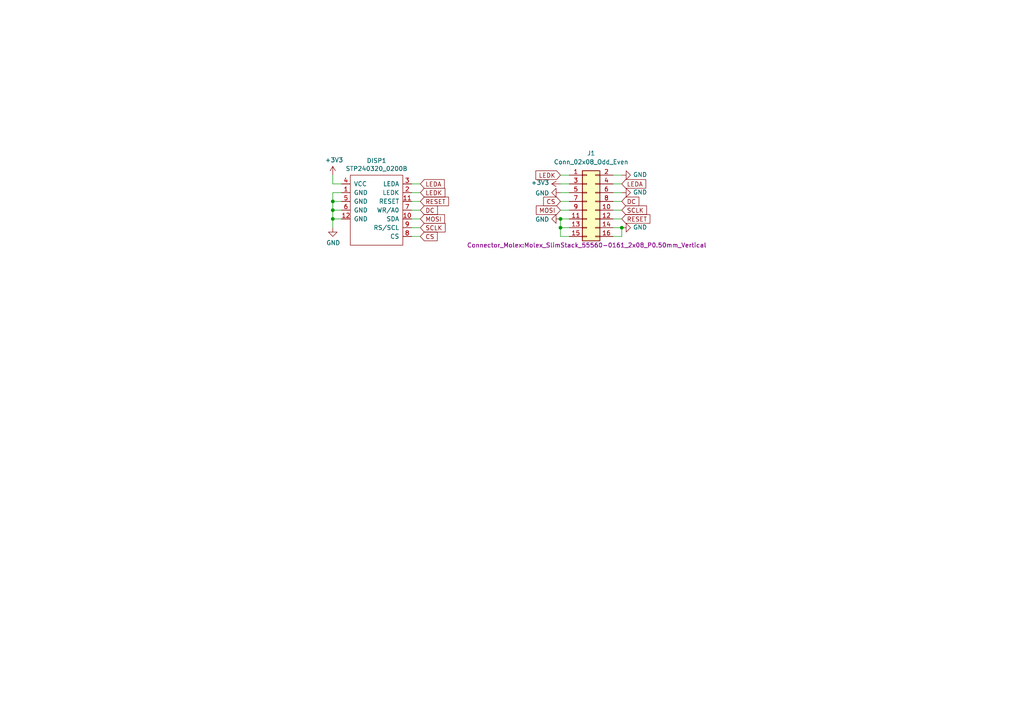
<source format=kicad_sch>
(kicad_sch (version 20211123) (generator eeschema)

  (uuid 194cbf42-24cc-40a5-a66b-fffb1517d1f4)

  (paper "A4")

  (title_block
    (title "STP240320_0200B Board to Board Connector Adapter")
    (date "${DATE}")
    (rev "${TAG} (${REVISION})")
  )

  (lib_symbols
    (symbol "Connector_Generic:Conn_02x08_Odd_Even" (pin_names (offset 1.016) hide) (in_bom yes) (on_board yes)
      (property "Reference" "J" (id 0) (at 1.27 10.16 0)
        (effects (font (size 1.27 1.27)))
      )
      (property "Value" "Conn_02x08_Odd_Even" (id 1) (at 1.27 -12.7 0)
        (effects (font (size 1.27 1.27)))
      )
      (property "Footprint" "" (id 2) (at 0 0 0)
        (effects (font (size 1.27 1.27)) hide)
      )
      (property "Datasheet" "~" (id 3) (at 0 0 0)
        (effects (font (size 1.27 1.27)) hide)
      )
      (property "ki_keywords" "connector" (id 4) (at 0 0 0)
        (effects (font (size 1.27 1.27)) hide)
      )
      (property "ki_description" "Generic connector, double row, 02x08, odd/even pin numbering scheme (row 1 odd numbers, row 2 even numbers), script generated (kicad-library-utils/schlib/autogen/connector/)" (id 5) (at 0 0 0)
        (effects (font (size 1.27 1.27)) hide)
      )
      (property "ki_fp_filters" "Connector*:*_2x??_*" (id 6) (at 0 0 0)
        (effects (font (size 1.27 1.27)) hide)
      )
      (symbol "Conn_02x08_Odd_Even_1_1"
        (rectangle (start -1.27 -10.033) (end 0 -10.287)
          (stroke (width 0.1524) (type default) (color 0 0 0 0))
          (fill (type none))
        )
        (rectangle (start -1.27 -7.493) (end 0 -7.747)
          (stroke (width 0.1524) (type default) (color 0 0 0 0))
          (fill (type none))
        )
        (rectangle (start -1.27 -4.953) (end 0 -5.207)
          (stroke (width 0.1524) (type default) (color 0 0 0 0))
          (fill (type none))
        )
        (rectangle (start -1.27 -2.413) (end 0 -2.667)
          (stroke (width 0.1524) (type default) (color 0 0 0 0))
          (fill (type none))
        )
        (rectangle (start -1.27 0.127) (end 0 -0.127)
          (stroke (width 0.1524) (type default) (color 0 0 0 0))
          (fill (type none))
        )
        (rectangle (start -1.27 2.667) (end 0 2.413)
          (stroke (width 0.1524) (type default) (color 0 0 0 0))
          (fill (type none))
        )
        (rectangle (start -1.27 5.207) (end 0 4.953)
          (stroke (width 0.1524) (type default) (color 0 0 0 0))
          (fill (type none))
        )
        (rectangle (start -1.27 7.747) (end 0 7.493)
          (stroke (width 0.1524) (type default) (color 0 0 0 0))
          (fill (type none))
        )
        (rectangle (start -1.27 8.89) (end 3.81 -11.43)
          (stroke (width 0.254) (type default) (color 0 0 0 0))
          (fill (type background))
        )
        (rectangle (start 3.81 -10.033) (end 2.54 -10.287)
          (stroke (width 0.1524) (type default) (color 0 0 0 0))
          (fill (type none))
        )
        (rectangle (start 3.81 -7.493) (end 2.54 -7.747)
          (stroke (width 0.1524) (type default) (color 0 0 0 0))
          (fill (type none))
        )
        (rectangle (start 3.81 -4.953) (end 2.54 -5.207)
          (stroke (width 0.1524) (type default) (color 0 0 0 0))
          (fill (type none))
        )
        (rectangle (start 3.81 -2.413) (end 2.54 -2.667)
          (stroke (width 0.1524) (type default) (color 0 0 0 0))
          (fill (type none))
        )
        (rectangle (start 3.81 0.127) (end 2.54 -0.127)
          (stroke (width 0.1524) (type default) (color 0 0 0 0))
          (fill (type none))
        )
        (rectangle (start 3.81 2.667) (end 2.54 2.413)
          (stroke (width 0.1524) (type default) (color 0 0 0 0))
          (fill (type none))
        )
        (rectangle (start 3.81 5.207) (end 2.54 4.953)
          (stroke (width 0.1524) (type default) (color 0 0 0 0))
          (fill (type none))
        )
        (rectangle (start 3.81 7.747) (end 2.54 7.493)
          (stroke (width 0.1524) (type default) (color 0 0 0 0))
          (fill (type none))
        )
        (pin passive line (at -5.08 7.62 0) (length 3.81)
          (name "Pin_1" (effects (font (size 1.27 1.27))))
          (number "1" (effects (font (size 1.27 1.27))))
        )
        (pin passive line (at 7.62 -2.54 180) (length 3.81)
          (name "Pin_10" (effects (font (size 1.27 1.27))))
          (number "10" (effects (font (size 1.27 1.27))))
        )
        (pin passive line (at -5.08 -5.08 0) (length 3.81)
          (name "Pin_11" (effects (font (size 1.27 1.27))))
          (number "11" (effects (font (size 1.27 1.27))))
        )
        (pin passive line (at 7.62 -5.08 180) (length 3.81)
          (name "Pin_12" (effects (font (size 1.27 1.27))))
          (number "12" (effects (font (size 1.27 1.27))))
        )
        (pin passive line (at -5.08 -7.62 0) (length 3.81)
          (name "Pin_13" (effects (font (size 1.27 1.27))))
          (number "13" (effects (font (size 1.27 1.27))))
        )
        (pin passive line (at 7.62 -7.62 180) (length 3.81)
          (name "Pin_14" (effects (font (size 1.27 1.27))))
          (number "14" (effects (font (size 1.27 1.27))))
        )
        (pin passive line (at -5.08 -10.16 0) (length 3.81)
          (name "Pin_15" (effects (font (size 1.27 1.27))))
          (number "15" (effects (font (size 1.27 1.27))))
        )
        (pin passive line (at 7.62 -10.16 180) (length 3.81)
          (name "Pin_16" (effects (font (size 1.27 1.27))))
          (number "16" (effects (font (size 1.27 1.27))))
        )
        (pin passive line (at 7.62 7.62 180) (length 3.81)
          (name "Pin_2" (effects (font (size 1.27 1.27))))
          (number "2" (effects (font (size 1.27 1.27))))
        )
        (pin passive line (at -5.08 5.08 0) (length 3.81)
          (name "Pin_3" (effects (font (size 1.27 1.27))))
          (number "3" (effects (font (size 1.27 1.27))))
        )
        (pin passive line (at 7.62 5.08 180) (length 3.81)
          (name "Pin_4" (effects (font (size 1.27 1.27))))
          (number "4" (effects (font (size 1.27 1.27))))
        )
        (pin passive line (at -5.08 2.54 0) (length 3.81)
          (name "Pin_5" (effects (font (size 1.27 1.27))))
          (number "5" (effects (font (size 1.27 1.27))))
        )
        (pin passive line (at 7.62 2.54 180) (length 3.81)
          (name "Pin_6" (effects (font (size 1.27 1.27))))
          (number "6" (effects (font (size 1.27 1.27))))
        )
        (pin passive line (at -5.08 0 0) (length 3.81)
          (name "Pin_7" (effects (font (size 1.27 1.27))))
          (number "7" (effects (font (size 1.27 1.27))))
        )
        (pin passive line (at 7.62 0 180) (length 3.81)
          (name "Pin_8" (effects (font (size 1.27 1.27))))
          (number "8" (effects (font (size 1.27 1.27))))
        )
        (pin passive line (at -5.08 -2.54 0) (length 3.81)
          (name "Pin_9" (effects (font (size 1.27 1.27))))
          (number "9" (effects (font (size 1.27 1.27))))
        )
      )
    )
    (symbol "gigahawk:STP240320_0200B" (pin_names (offset 1.016)) (in_bom yes) (on_board yes)
      (property "Reference" "DISP" (id 0) (at 0 1.27 0)
        (effects (font (size 1.27 1.27)))
      )
      (property "Value" "STP240320_0200B" (id 1) (at 1.27 3.81 0)
        (effects (font (size 1.27 1.27)))
      )
      (property "Footprint" "" (id 2) (at 0 0 0)
        (effects (font (size 1.27 1.27)) hide)
      )
      (property "Datasheet" "" (id 3) (at 0 0 0)
        (effects (font (size 1.27 1.27)) hide)
      )
      (symbol "STP240320_0200B_0_1"
        (rectangle (start -7.62 0) (end 7.62 -20.32)
          (stroke (width 0) (type default) (color 0 0 0 0))
          (fill (type none))
        )
      )
      (symbol "STP240320_0200B_1_1"
        (pin input line (at -10.16 -5.08 0) (length 2.54)
          (name "GND" (effects (font (size 1.27 1.27))))
          (number "1" (effects (font (size 1.27 1.27))))
        )
        (pin input line (at 10.16 -12.7 180) (length 2.54)
          (name "SDA" (effects (font (size 1.27 1.27))))
          (number "10" (effects (font (size 1.27 1.27))))
        )
        (pin input line (at 10.16 -7.62 180) (length 2.54)
          (name "RESET" (effects (font (size 1.27 1.27))))
          (number "11" (effects (font (size 1.27 1.27))))
        )
        (pin input line (at -10.16 -12.7 0) (length 2.54)
          (name "GND" (effects (font (size 1.27 1.27))))
          (number "12" (effects (font (size 1.27 1.27))))
        )
        (pin input line (at 10.16 -5.08 180) (length 2.54)
          (name "LEDK" (effects (font (size 1.27 1.27))))
          (number "2" (effects (font (size 1.27 1.27))))
        )
        (pin input line (at 10.16 -2.54 180) (length 2.54)
          (name "LEDA" (effects (font (size 1.27 1.27))))
          (number "3" (effects (font (size 1.27 1.27))))
        )
        (pin input line (at -10.16 -2.54 0) (length 2.54)
          (name "VCC" (effects (font (size 1.27 1.27))))
          (number "4" (effects (font (size 1.27 1.27))))
        )
        (pin input line (at -10.16 -7.62 0) (length 2.54)
          (name "GND" (effects (font (size 1.27 1.27))))
          (number "5" (effects (font (size 1.27 1.27))))
        )
        (pin input line (at -10.16 -10.16 0) (length 2.54)
          (name "GND" (effects (font (size 1.27 1.27))))
          (number "6" (effects (font (size 1.27 1.27))))
        )
        (pin input line (at 10.16 -10.16 180) (length 2.54)
          (name "WR/A0" (effects (font (size 1.27 1.27))))
          (number "7" (effects (font (size 1.27 1.27))))
        )
        (pin input line (at 10.16 -17.78 180) (length 2.54)
          (name "CS" (effects (font (size 1.27 1.27))))
          (number "8" (effects (font (size 1.27 1.27))))
        )
        (pin input line (at 10.16 -15.24 180) (length 2.54)
          (name "RS/SCL" (effects (font (size 1.27 1.27))))
          (number "9" (effects (font (size 1.27 1.27))))
        )
      )
    )
    (symbol "power:+3.3V" (power) (pin_names (offset 0)) (in_bom yes) (on_board yes)
      (property "Reference" "#PWR" (id 0) (at 0 -3.81 0)
        (effects (font (size 1.27 1.27)) hide)
      )
      (property "Value" "+3.3V" (id 1) (at 0 3.556 0)
        (effects (font (size 1.27 1.27)))
      )
      (property "Footprint" "" (id 2) (at 0 0 0)
        (effects (font (size 1.27 1.27)) hide)
      )
      (property "Datasheet" "" (id 3) (at 0 0 0)
        (effects (font (size 1.27 1.27)) hide)
      )
      (property "ki_keywords" "power-flag" (id 4) (at 0 0 0)
        (effects (font (size 1.27 1.27)) hide)
      )
      (property "ki_description" "Power symbol creates a global label with name \"+3.3V\"" (id 5) (at 0 0 0)
        (effects (font (size 1.27 1.27)) hide)
      )
      (symbol "+3.3V_0_1"
        (polyline
          (pts
            (xy -0.762 1.27)
            (xy 0 2.54)
          )
          (stroke (width 0) (type default) (color 0 0 0 0))
          (fill (type none))
        )
        (polyline
          (pts
            (xy 0 0)
            (xy 0 2.54)
          )
          (stroke (width 0) (type default) (color 0 0 0 0))
          (fill (type none))
        )
        (polyline
          (pts
            (xy 0 2.54)
            (xy 0.762 1.27)
          )
          (stroke (width 0) (type default) (color 0 0 0 0))
          (fill (type none))
        )
      )
      (symbol "+3.3V_1_1"
        (pin power_in line (at 0 0 90) (length 0) hide
          (name "+3V3" (effects (font (size 1.27 1.27))))
          (number "1" (effects (font (size 1.27 1.27))))
        )
      )
    )
    (symbol "power:GND" (power) (pin_names (offset 0)) (in_bom yes) (on_board yes)
      (property "Reference" "#PWR" (id 0) (at 0 -6.35 0)
        (effects (font (size 1.27 1.27)) hide)
      )
      (property "Value" "GND" (id 1) (at 0 -3.81 0)
        (effects (font (size 1.27 1.27)))
      )
      (property "Footprint" "" (id 2) (at 0 0 0)
        (effects (font (size 1.27 1.27)) hide)
      )
      (property "Datasheet" "" (id 3) (at 0 0 0)
        (effects (font (size 1.27 1.27)) hide)
      )
      (property "ki_keywords" "power-flag" (id 4) (at 0 0 0)
        (effects (font (size 1.27 1.27)) hide)
      )
      (property "ki_description" "Power symbol creates a global label with name \"GND\" , ground" (id 5) (at 0 0 0)
        (effects (font (size 1.27 1.27)) hide)
      )
      (symbol "GND_0_1"
        (polyline
          (pts
            (xy 0 0)
            (xy 0 -1.27)
            (xy 1.27 -1.27)
            (xy 0 -2.54)
            (xy -1.27 -1.27)
            (xy 0 -1.27)
          )
          (stroke (width 0) (type default) (color 0 0 0 0))
          (fill (type none))
        )
      )
      (symbol "GND_1_1"
        (pin power_in line (at 0 0 270) (length 0) hide
          (name "GND" (effects (font (size 1.27 1.27))))
          (number "1" (effects (font (size 1.27 1.27))))
        )
      )
    )
  )

  (junction (at 96.52 60.96) (diameter 0) (color 0 0 0 0)
    (uuid 04e1cb8a-67ba-463a-be23-1eafb5b665a5)
  )
  (junction (at 96.52 58.42) (diameter 0) (color 0 0 0 0)
    (uuid 0ce6d2d5-61bb-40fd-b9a3-c060b1a7ec1c)
  )
  (junction (at 180.34 66.04) (diameter 0) (color 0 0 0 0)
    (uuid 5b337842-e481-4c39-9a70-0e850aabec6f)
  )
  (junction (at 96.52 63.5) (diameter 0) (color 0 0 0 0)
    (uuid 5c92880d-75cd-45c8-8f01-b5de017c1137)
  )
  (junction (at 162.56 63.5) (diameter 0) (color 0 0 0 0)
    (uuid 8722e80c-35dd-4129-a51e-e39ca5b97f39)
  )
  (junction (at 162.56 66.04) (diameter 0) (color 0 0 0 0)
    (uuid e08eb964-cd52-43e0-ad5b-6abd7214ea53)
  )

  (wire (pts (xy 96.52 55.88) (xy 96.52 58.42))
    (stroke (width 0) (type default) (color 0 0 0 0))
    (uuid 06140a8e-ccbb-44fa-a8d8-4709cf1ae528)
  )
  (wire (pts (xy 165.1 50.8) (xy 162.56 50.8))
    (stroke (width 0) (type default) (color 0 0 0 0))
    (uuid 0b7f5f29-b481-4a67-96e9-365200a7abd4)
  )
  (wire (pts (xy 180.34 68.58) (xy 180.34 66.04))
    (stroke (width 0) (type default) (color 0 0 0 0))
    (uuid 0c3cf090-1078-49a9-aa0e-9b90a2aa336b)
  )
  (wire (pts (xy 180.34 58.42) (xy 177.8 58.42))
    (stroke (width 0) (type default) (color 0 0 0 0))
    (uuid 14b4a27a-05bd-46df-ba79-52f0d89f8521)
  )
  (wire (pts (xy 162.56 66.04) (xy 162.56 63.5))
    (stroke (width 0) (type default) (color 0 0 0 0))
    (uuid 14b61abe-5f77-40c8-b3b6-c18adaa16149)
  )
  (wire (pts (xy 165.1 63.5) (xy 162.56 63.5))
    (stroke (width 0) (type default) (color 0 0 0 0))
    (uuid 16ea58e6-9828-4c93-b5c9-7fd50a8b4c8b)
  )
  (wire (pts (xy 99.06 55.88) (xy 96.52 55.88))
    (stroke (width 0) (type default) (color 0 0 0 0))
    (uuid 2044585c-4786-4feb-bf1e-92437fd96614)
  )
  (wire (pts (xy 177.8 53.34) (xy 180.34 53.34))
    (stroke (width 0) (type default) (color 0 0 0 0))
    (uuid 20e66317-21b1-45ec-8da8-aabec739d38c)
  )
  (wire (pts (xy 121.92 60.96) (xy 119.38 60.96))
    (stroke (width 0) (type default) (color 0 0 0 0))
    (uuid 24359795-3db5-4027-9776-7ceb6e002fe7)
  )
  (wire (pts (xy 99.06 53.34) (xy 96.52 53.34))
    (stroke (width 0) (type default) (color 0 0 0 0))
    (uuid 2fd1c6ba-7093-4680-90a4-39953aef027d)
  )
  (wire (pts (xy 121.92 63.5) (xy 119.38 63.5))
    (stroke (width 0) (type default) (color 0 0 0 0))
    (uuid 30b53b81-8d67-451d-9f9a-fabac55afe7e)
  )
  (wire (pts (xy 121.92 53.34) (xy 119.38 53.34))
    (stroke (width 0) (type default) (color 0 0 0 0))
    (uuid 40742026-ea4c-43e3-8e94-6eac2f43017c)
  )
  (wire (pts (xy 180.34 55.88) (xy 177.8 55.88))
    (stroke (width 0) (type default) (color 0 0 0 0))
    (uuid 45d7d314-f6e6-46f7-a99d-5b36785dd8b1)
  )
  (wire (pts (xy 165.1 68.58) (xy 162.56 68.58))
    (stroke (width 0) (type default) (color 0 0 0 0))
    (uuid 4d85ecce-45a5-4011-aff3-eec60aea6411)
  )
  (wire (pts (xy 177.8 68.58) (xy 180.34 68.58))
    (stroke (width 0) (type default) (color 0 0 0 0))
    (uuid 520834ac-591b-4fa1-8491-fdf7ce0d6be2)
  )
  (wire (pts (xy 177.8 66.04) (xy 180.34 66.04))
    (stroke (width 0) (type default) (color 0 0 0 0))
    (uuid 530abffc-aeee-4f14-9e4a-3d1fde52ff2e)
  )
  (wire (pts (xy 177.8 63.5) (xy 180.34 63.5))
    (stroke (width 0) (type default) (color 0 0 0 0))
    (uuid 6267cf9e-2bb7-41cf-b797-a3723b70bd4e)
  )
  (wire (pts (xy 96.52 60.96) (xy 96.52 63.5))
    (stroke (width 0) (type default) (color 0 0 0 0))
    (uuid 699a9092-facd-4b9b-b33d-914632180029)
  )
  (wire (pts (xy 180.34 60.96) (xy 177.8 60.96))
    (stroke (width 0) (type default) (color 0 0 0 0))
    (uuid 7516eb39-2363-4c49-983c-874313b223ba)
  )
  (wire (pts (xy 96.52 58.42) (xy 96.52 60.96))
    (stroke (width 0) (type default) (color 0 0 0 0))
    (uuid 77877bf6-96a4-4743-9848-dc3b3d551b66)
  )
  (wire (pts (xy 99.06 58.42) (xy 96.52 58.42))
    (stroke (width 0) (type default) (color 0 0 0 0))
    (uuid 7a5829b6-0c8b-42cd-9ca1-df4c38a638c0)
  )
  (wire (pts (xy 165.1 55.88) (xy 162.56 55.88))
    (stroke (width 0) (type default) (color 0 0 0 0))
    (uuid 7fc47f0b-60a7-4953-b712-1fb25bc5819f)
  )
  (wire (pts (xy 165.1 66.04) (xy 162.56 66.04))
    (stroke (width 0) (type default) (color 0 0 0 0))
    (uuid 89410258-7072-425c-80d0-59da65bb2bfd)
  )
  (wire (pts (xy 121.92 68.58) (xy 119.38 68.58))
    (stroke (width 0) (type default) (color 0 0 0 0))
    (uuid 8c0e4431-d046-4b5e-9ce8-a6b36911dcf3)
  )
  (wire (pts (xy 177.8 50.8) (xy 180.34 50.8))
    (stroke (width 0) (type default) (color 0 0 0 0))
    (uuid 9548552b-9f61-4952-9af2-3aaf42b407dc)
  )
  (wire (pts (xy 121.92 58.42) (xy 119.38 58.42))
    (stroke (width 0) (type default) (color 0 0 0 0))
    (uuid 9ddb09c5-a620-46bb-9020-13a3ef34e86b)
  )
  (wire (pts (xy 162.56 68.58) (xy 162.56 66.04))
    (stroke (width 0) (type default) (color 0 0 0 0))
    (uuid b12648df-1b46-4133-8192-da169d7fd681)
  )
  (wire (pts (xy 96.52 53.34) (xy 96.52 50.8))
    (stroke (width 0) (type default) (color 0 0 0 0))
    (uuid c7fd7ec8-17fd-4cdf-8b68-f78b5a14cac0)
  )
  (wire (pts (xy 162.56 58.42) (xy 165.1 58.42))
    (stroke (width 0) (type default) (color 0 0 0 0))
    (uuid d2beb1a2-a592-4d64-94a7-615b20227469)
  )
  (wire (pts (xy 162.56 60.96) (xy 165.1 60.96))
    (stroke (width 0) (type default) (color 0 0 0 0))
    (uuid d7af7485-fdb5-45ec-8487-9631c2313db3)
  )
  (wire (pts (xy 99.06 60.96) (xy 96.52 60.96))
    (stroke (width 0) (type default) (color 0 0 0 0))
    (uuid dc4da47b-5b08-4122-a2d8-4b8a7f4d4fc4)
  )
  (wire (pts (xy 165.1 53.34) (xy 162.56 53.34))
    (stroke (width 0) (type default) (color 0 0 0 0))
    (uuid e55a6171-d718-49ee-8ada-73e5479388c2)
  )
  (wire (pts (xy 96.52 63.5) (xy 96.52 66.04))
    (stroke (width 0) (type default) (color 0 0 0 0))
    (uuid efe0fbec-9d74-442f-8354-169f8ebce93f)
  )
  (wire (pts (xy 99.06 63.5) (xy 96.52 63.5))
    (stroke (width 0) (type default) (color 0 0 0 0))
    (uuid eff44830-946f-40d5-8571-3dd3b71c35cc)
  )
  (wire (pts (xy 121.92 66.04) (xy 119.38 66.04))
    (stroke (width 0) (type default) (color 0 0 0 0))
    (uuid f7bc1c19-5074-44df-a8e3-607ed0f89ae8)
  )
  (wire (pts (xy 121.92 55.88) (xy 119.38 55.88))
    (stroke (width 0) (type default) (color 0 0 0 0))
    (uuid fef70a5f-33ea-4d87-9da3-13500f089d74)
  )

  (global_label "DC" (shape input) (at 180.34 58.42 0) (fields_autoplaced)
    (effects (font (size 1.27 1.27)) (justify left))
    (uuid 020c0afa-d762-4ecd-a360-040b4aea3061)
    (property "Intersheet References" "${INTERSHEET_REFS}" (id 0) (at 0 0 0)
      (effects (font (size 1.27 1.27)) hide)
    )
  )
  (global_label "LEDK" (shape input) (at 162.56 50.8 180) (fields_autoplaced)
    (effects (font (size 1.27 1.27)) (justify right))
    (uuid 09aaad3d-98ae-412a-b7fb-5bcde27e51a8)
    (property "Intersheet References" "${INTERSHEET_REFS}" (id 0) (at 0 0 0)
      (effects (font (size 1.27 1.27)) hide)
    )
  )
  (global_label "CS" (shape input) (at 162.56 58.42 180) (fields_autoplaced)
    (effects (font (size 1.27 1.27)) (justify right))
    (uuid 12db0f97-d073-40b9-9d6d-c1a2264214f0)
    (property "Intersheet References" "${INTERSHEET_REFS}" (id 0) (at 0 0 0)
      (effects (font (size 1.27 1.27)) hide)
    )
  )
  (global_label "CS" (shape input) (at 121.92 68.58 0) (fields_autoplaced)
    (effects (font (size 1.27 1.27)) (justify left))
    (uuid 190fdb79-a330-4937-a7b9-527e44f21ecf)
    (property "Intersheet References" "${INTERSHEET_REFS}" (id 0) (at 0 0 0)
      (effects (font (size 1.27 1.27)) hide)
    )
  )
  (global_label "RESET" (shape input) (at 121.92 58.42 0) (fields_autoplaced)
    (effects (font (size 1.27 1.27)) (justify left))
    (uuid 2dc3e3f9-4b13-4051-a201-8af13b42920c)
    (property "Intersheet References" "${INTERSHEET_REFS}" (id 0) (at 0 0 0)
      (effects (font (size 1.27 1.27)) hide)
    )
  )
  (global_label "DC" (shape input) (at 121.92 60.96 0) (fields_autoplaced)
    (effects (font (size 1.27 1.27)) (justify left))
    (uuid 408d34fb-0560-46fe-a97d-fa2907e19b44)
    (property "Intersheet References" "${INTERSHEET_REFS}" (id 0) (at 0 0 0)
      (effects (font (size 1.27 1.27)) hide)
    )
  )
  (global_label "MOSI" (shape input) (at 121.92 63.5 0) (fields_autoplaced)
    (effects (font (size 1.27 1.27)) (justify left))
    (uuid 45a260b8-a248-4ed9-815b-5c58324a0924)
    (property "Intersheet References" "${INTERSHEET_REFS}" (id 0) (at 0 0 0)
      (effects (font (size 1.27 1.27)) hide)
    )
  )
  (global_label "SCLK" (shape input) (at 121.92 66.04 0) (fields_autoplaced)
    (effects (font (size 1.27 1.27)) (justify left))
    (uuid 671c75fc-acdd-4b69-81e4-5724da1b91ee)
    (property "Intersheet References" "${INTERSHEET_REFS}" (id 0) (at 0 0 0)
      (effects (font (size 1.27 1.27)) hide)
    )
  )
  (global_label "LEDA" (shape input) (at 121.92 53.34 0) (fields_autoplaced)
    (effects (font (size 1.27 1.27)) (justify left))
    (uuid 71d23386-7ddd-4278-8160-948c971043db)
    (property "Intersheet References" "${INTERSHEET_REFS}" (id 0) (at 0 0 0)
      (effects (font (size 1.27 1.27)) hide)
    )
  )
  (global_label "LEDA" (shape input) (at 180.34 53.34 0) (fields_autoplaced)
    (effects (font (size 1.27 1.27)) (justify left))
    (uuid bd5442e1-5435-4f9a-912d-c4c57d3d0ee4)
    (property "Intersheet References" "${INTERSHEET_REFS}" (id 0) (at 0 0 0)
      (effects (font (size 1.27 1.27)) hide)
    )
  )
  (global_label "RESET" (shape input) (at 180.34 63.5 0) (fields_autoplaced)
    (effects (font (size 1.27 1.27)) (justify left))
    (uuid bfb74672-6b68-4a03-bed5-e3979f6755e4)
    (property "Intersheet References" "${INTERSHEET_REFS}" (id 0) (at 0 0 0)
      (effects (font (size 1.27 1.27)) hide)
    )
  )
  (global_label "MOSI" (shape input) (at 162.56 60.96 180) (fields_autoplaced)
    (effects (font (size 1.27 1.27)) (justify right))
    (uuid d8223ae3-1180-42fa-9a62-c897b696411e)
    (property "Intersheet References" "${INTERSHEET_REFS}" (id 0) (at 0 0 0)
      (effects (font (size 1.27 1.27)) hide)
    )
  )
  (global_label "LEDK" (shape input) (at 121.92 55.88 0) (fields_autoplaced)
    (effects (font (size 1.27 1.27)) (justify left))
    (uuid d906cd8c-9a05-4219-8970-0f2bf9d1a196)
    (property "Intersheet References" "${INTERSHEET_REFS}" (id 0) (at 0 0 0)
      (effects (font (size 1.27 1.27)) hide)
    )
  )
  (global_label "SCLK" (shape input) (at 180.34 60.96 0) (fields_autoplaced)
    (effects (font (size 1.27 1.27)) (justify left))
    (uuid fc5f30c0-eb37-4e12-adf2-96b06c9ae2b0)
    (property "Intersheet References" "${INTERSHEET_REFS}" (id 0) (at 0 0 0)
      (effects (font (size 1.27 1.27)) hide)
    )
  )

  (symbol (lib_id "gigahawk:STP240320_0200B") (at 109.22 50.8 0) (unit 1)
    (in_bom yes) (on_board yes)
    (uuid 00000000-0000-0000-0000-00005fc09a1e)
    (property "Reference" "DISP1" (id 0) (at 109.22 46.609 0))
    (property "Value" "STP240320_0200B" (id 1) (at 109.22 48.9204 0))
    (property "Footprint" "Gigahawk:STP240320_0200B" (id 2) (at 109.22 50.8 0)
      (effects (font (size 1.27 1.27)) hide)
    )
    (property "Datasheet" "" (id 3) (at 109.22 50.8 0)
      (effects (font (size 1.27 1.27)) hide)
    )
    (pin "1" (uuid 9c800ba6-e26b-4e6c-9d9f-ae70670a132f))
    (pin "10" (uuid 167a69d7-7f73-47cb-b882-903ce37c607e))
    (pin "11" (uuid 556ad5a7-4512-43f1-9e82-fe7c12a54eab))
    (pin "12" (uuid 2695d85b-4366-414d-80b7-3210677e8e13))
    (pin "2" (uuid 4239a80c-9258-47f2-b870-ec7b9e230d49))
    (pin "3" (uuid 0c773273-c1b3-4815-ba12-9425e25e0f6a))
    (pin "4" (uuid 8995472f-3e91-4c9a-bdf0-37daf898513e))
    (pin "5" (uuid 9b63993a-0786-4cc0-82e8-1ebe10a8d372))
    (pin "6" (uuid a8f675a1-594b-4635-aef0-0bdd5268274d))
    (pin "7" (uuid d7c04334-87c3-4b4f-8bcc-835e908e4c2d))
    (pin "8" (uuid 9b4618cb-8c9b-459e-811e-e74835b291a9))
    (pin "9" (uuid d3d4442e-d56d-485b-85db-25d1bfd3b42a))
  )

  (symbol (lib_id "power:+3.3V") (at 96.52 50.8 0) (unit 1)
    (in_bom yes) (on_board yes)
    (uuid 00000000-0000-0000-0000-00005fc0d6e0)
    (property "Reference" "#PWR01" (id 0) (at 96.52 54.61 0)
      (effects (font (size 1.27 1.27)) hide)
    )
    (property "Value" "+3.3V" (id 1) (at 96.901 46.4058 0))
    (property "Footprint" "" (id 2) (at 96.52 50.8 0)
      (effects (font (size 1.27 1.27)) hide)
    )
    (property "Datasheet" "" (id 3) (at 96.52 50.8 0)
      (effects (font (size 1.27 1.27)) hide)
    )
    (pin "1" (uuid 446a9d5b-2dda-4deb-af3e-f5a9ce915445))
  )

  (symbol (lib_id "power:GND") (at 96.52 66.04 0) (unit 1)
    (in_bom yes) (on_board yes)
    (uuid 00000000-0000-0000-0000-00005fc0e4b2)
    (property "Reference" "#PWR02" (id 0) (at 96.52 72.39 0)
      (effects (font (size 1.27 1.27)) hide)
    )
    (property "Value" "GND" (id 1) (at 96.647 70.4342 0))
    (property "Footprint" "" (id 2) (at 96.52 66.04 0)
      (effects (font (size 1.27 1.27)) hide)
    )
    (property "Datasheet" "" (id 3) (at 96.52 66.04 0)
      (effects (font (size 1.27 1.27)) hide)
    )
    (pin "1" (uuid b2b9930c-7b11-409d-ba87-844d9561c73b))
  )

  (symbol (lib_id "power:+3.3V") (at 162.56 53.34 90) (unit 1)
    (in_bom yes) (on_board yes)
    (uuid 00000000-0000-0000-0000-00005fc0f62d)
    (property "Reference" "#PWR03" (id 0) (at 166.37 53.34 0)
      (effects (font (size 1.27 1.27)) hide)
    )
    (property "Value" "+3.3V" (id 1) (at 159.3088 52.959 90)
      (effects (font (size 1.27 1.27)) (justify left))
    )
    (property "Footprint" "" (id 2) (at 162.56 53.34 0)
      (effects (font (size 1.27 1.27)) hide)
    )
    (property "Datasheet" "" (id 3) (at 162.56 53.34 0)
      (effects (font (size 1.27 1.27)) hide)
    )
    (pin "1" (uuid 2245e321-a95d-46e9-a63f-b901c6033370))
  )

  (symbol (lib_id "power:GND") (at 180.34 50.8 90) (unit 1)
    (in_bom yes) (on_board yes)
    (uuid 00000000-0000-0000-0000-00005fc0fec5)
    (property "Reference" "#PWR06" (id 0) (at 186.69 50.8 0)
      (effects (font (size 1.27 1.27)) hide)
    )
    (property "Value" "GND" (id 1) (at 183.5912 50.673 90)
      (effects (font (size 1.27 1.27)) (justify right))
    )
    (property "Footprint" "" (id 2) (at 180.34 50.8 0)
      (effects (font (size 1.27 1.27)) hide)
    )
    (property "Datasheet" "" (id 3) (at 180.34 50.8 0)
      (effects (font (size 1.27 1.27)) hide)
    )
    (pin "1" (uuid b31d69f3-4b2e-4eb3-81d0-c5011dae9fa2))
  )

  (symbol (lib_id "power:GND") (at 180.34 55.88 90) (unit 1)
    (in_bom yes) (on_board yes)
    (uuid 00000000-0000-0000-0000-00005fc10796)
    (property "Reference" "#PWR07" (id 0) (at 186.69 55.88 0)
      (effects (font (size 1.27 1.27)) hide)
    )
    (property "Value" "GND" (id 1) (at 183.5912 55.753 90)
      (effects (font (size 1.27 1.27)) (justify right))
    )
    (property "Footprint" "" (id 2) (at 180.34 55.88 0)
      (effects (font (size 1.27 1.27)) hide)
    )
    (property "Datasheet" "" (id 3) (at 180.34 55.88 0)
      (effects (font (size 1.27 1.27)) hide)
    )
    (pin "1" (uuid 8dbfe973-c2d6-47f0-a765-cdb7a6ee0cbe))
  )

  (symbol (lib_id "power:GND") (at 162.56 63.5 270) (unit 1)
    (in_bom yes) (on_board yes)
    (uuid 00000000-0000-0000-0000-00005fc10bf3)
    (property "Reference" "#PWR05" (id 0) (at 156.21 63.5 0)
      (effects (font (size 1.27 1.27)) hide)
    )
    (property "Value" "GND" (id 1) (at 159.3088 63.627 90)
      (effects (font (size 1.27 1.27)) (justify right))
    )
    (property "Footprint" "" (id 2) (at 162.56 63.5 0)
      (effects (font (size 1.27 1.27)) hide)
    )
    (property "Datasheet" "" (id 3) (at 162.56 63.5 0)
      (effects (font (size 1.27 1.27)) hide)
    )
    (pin "1" (uuid 958c0b19-b794-483b-84ff-aabde94e757e))
  )

  (symbol (lib_id "Connector_Generic:Conn_02x08_Odd_Even") (at 170.18 58.42 0) (unit 1)
    (in_bom yes) (on_board yes)
    (uuid 00000000-0000-0000-0000-00005fc149ee)
    (property "Reference" "J1" (id 0) (at 171.45 44.45 0))
    (property "Value" "Conn_02x08_Odd_Even" (id 1) (at 171.45 46.99 0))
    (property "Footprint" "Connector_Molex:Molex_SlimStack_55560-0161_2x08_P0.50mm_Vertical" (id 2) (at 170.18 71.12 0))
    (property "Datasheet" "~" (id 3) (at 170.18 58.42 0)
      (effects (font (size 1.27 1.27)) hide)
    )
    (pin "1" (uuid 99be4699-0b31-4f45-a8d9-d62a963f29fb))
    (pin "10" (uuid beac489e-cd7d-41cc-9cfd-8ad5d77e5baa))
    (pin "11" (uuid 8c2657b5-53c5-49e3-96aa-7d305f4e7100))
    (pin "12" (uuid 4edc1966-2639-4180-8f6b-469d2006ef97))
    (pin "13" (uuid 55805b68-b12a-4ef2-8582-407c68fee578))
    (pin "14" (uuid 7aaf751a-5bf6-478b-b8f8-7ee814ff0d56))
    (pin "15" (uuid d8466d92-7b78-49ea-99d4-5f09ab712c66))
    (pin "16" (uuid dc06d505-506c-4078-872d-dcc0ee1b0a10))
    (pin "2" (uuid 1ad0b39a-550a-4afd-be9a-d69f492769a1))
    (pin "3" (uuid 42ad55be-8516-4f7b-9c06-1d8da2f7d7ab))
    (pin "4" (uuid c9ef1d33-28f3-439c-bc62-0ce90f1bbf30))
    (pin "5" (uuid ffb29c39-f5ad-4874-a8cc-c1e498ffd7f1))
    (pin "6" (uuid 55005bff-1f1e-4ee9-80ee-f3aa096d9a66))
    (pin "7" (uuid 0c5b7247-7220-43aa-9674-81875b5b59ea))
    (pin "8" (uuid f34c0711-f117-4c9f-8a86-53faad5a7f3d))
    (pin "9" (uuid 8e9051ea-0553-473e-aaea-ded8af9abdd5))
  )

  (symbol (lib_id "power:GND") (at 162.56 55.88 270) (unit 1)
    (in_bom yes) (on_board yes)
    (uuid 00000000-0000-0000-0000-00005fc1ac5c)
    (property "Reference" "#PWR04" (id 0) (at 156.21 55.88 0)
      (effects (font (size 1.27 1.27)) hide)
    )
    (property "Value" "GND" (id 1) (at 159.3088 56.007 90)
      (effects (font (size 1.27 1.27)) (justify right))
    )
    (property "Footprint" "" (id 2) (at 162.56 55.88 0)
      (effects (font (size 1.27 1.27)) hide)
    )
    (property "Datasheet" "" (id 3) (at 162.56 55.88 0)
      (effects (font (size 1.27 1.27)) hide)
    )
    (pin "1" (uuid 9ce95f36-3e86-46bf-943a-cbfd5fe22cc5))
  )

  (symbol (lib_id "power:GND") (at 180.34 66.04 90) (unit 1)
    (in_bom yes) (on_board yes)
    (uuid 00000000-0000-0000-0000-00005fc2a8b0)
    (property "Reference" "#PWR0101" (id 0) (at 186.69 66.04 0)
      (effects (font (size 1.27 1.27)) hide)
    )
    (property "Value" "GND" (id 1) (at 183.5912 65.913 90)
      (effects (font (size 1.27 1.27)) (justify right))
    )
    (property "Footprint" "" (id 2) (at 180.34 66.04 0)
      (effects (font (size 1.27 1.27)) hide)
    )
    (property "Datasheet" "" (id 3) (at 180.34 66.04 0)
      (effects (font (size 1.27 1.27)) hide)
    )
    (pin "1" (uuid 3c0306a5-bae2-4caa-8efa-b72d4c8e0fe1))
  )

  (sheet_instances
    (path "/" (page "1"))
  )

  (symbol_instances
    (path "/00000000-0000-0000-0000-00005fc0d6e0"
      (reference "#PWR01") (unit 1) (value "+3.3V") (footprint "")
    )
    (path "/00000000-0000-0000-0000-00005fc0e4b2"
      (reference "#PWR02") (unit 1) (value "GND") (footprint "")
    )
    (path "/00000000-0000-0000-0000-00005fc0f62d"
      (reference "#PWR03") (unit 1) (value "+3.3V") (footprint "")
    )
    (path "/00000000-0000-0000-0000-00005fc1ac5c"
      (reference "#PWR04") (unit 1) (value "GND") (footprint "")
    )
    (path "/00000000-0000-0000-0000-00005fc10bf3"
      (reference "#PWR05") (unit 1) (value "GND") (footprint "")
    )
    (path "/00000000-0000-0000-0000-00005fc0fec5"
      (reference "#PWR06") (unit 1) (value "GND") (footprint "")
    )
    (path "/00000000-0000-0000-0000-00005fc10796"
      (reference "#PWR07") (unit 1) (value "GND") (footprint "")
    )
    (path "/00000000-0000-0000-0000-00005fc2a8b0"
      (reference "#PWR0101") (unit 1) (value "GND") (footprint "")
    )
    (path "/00000000-0000-0000-0000-00005fc09a1e"
      (reference "DISP1") (unit 1) (value "STP240320_0200B") (footprint "Gigahawk:STP240320_0200B")
    )
    (path "/00000000-0000-0000-0000-00005fc149ee"
      (reference "J1") (unit 1) (value "Conn_02x08_Odd_Even") (footprint "Connector_Molex:Molex_SlimStack_55560-0161_2x08_P0.50mm_Vertical")
    )
  )
)

</source>
